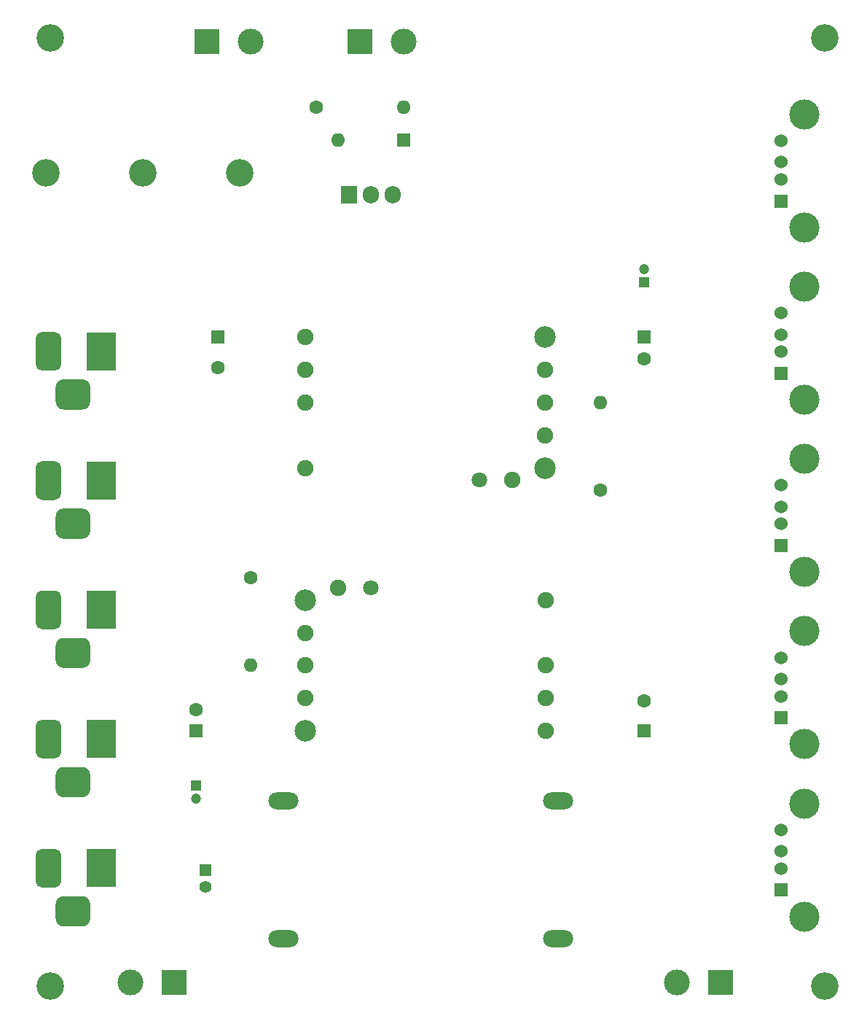
<source format=gbs>
%TF.GenerationSoftware,KiCad,Pcbnew,5.1.12-84ad8e8a86~92~ubuntu20.04.1*%
%TF.CreationDate,2021-11-20T18:36:58+00:00*%
%TF.ProjectId,single,73696e67-6c65-42e6-9b69-6361645f7063,rev?*%
%TF.SameCoordinates,Original*%
%TF.FileFunction,Soldermask,Bot*%
%TF.FilePolarity,Negative*%
%FSLAX46Y46*%
G04 Gerber Fmt 4.6, Leading zero omitted, Abs format (unit mm)*
G04 Created by KiCad (PCBNEW 5.1.12-84ad8e8a86~92~ubuntu20.04.1) date 2021-11-20 18:36:58*
%MOMM*%
%LPD*%
G01*
G04 APERTURE LIST*
%ADD10C,1.524000*%
%ADD11R,1.524000X1.524000*%
%ADD12C,3.500000*%
%ADD13O,1.600000X1.600000*%
%ADD14C,1.600000*%
%ADD15O,3.500000X2.000000*%
%ADD16C,1.400000*%
%ADD17R,1.400000X1.400000*%
%ADD18C,3.200000*%
%ADD19C,1.900000*%
%ADD20C,1.800000*%
%ADD21C,2.500000*%
%ADD22C,3.000000*%
%ADD23R,3.000000X3.000000*%
%ADD24R,1.600000X1.600000*%
%ADD25R,3.500000X4.500000*%
%ADD26C,1.200000*%
%ADD27R,1.200000X1.200000*%
%ADD28O,1.905000X2.000000*%
%ADD29R,1.905000X2.000000*%
G04 APERTURE END LIST*
D10*
%TO.C,USB4*%
X109920000Y-56890000D03*
X109920000Y-59390000D03*
X109920000Y-61390000D03*
D11*
X109920000Y-63890000D03*
D12*
X112630000Y-66960000D03*
X112630000Y-53820000D03*
%TD*%
D13*
%TO.C,R2*%
X88900000Y-67310000D03*
D14*
X88900000Y-77470000D03*
%TD*%
D15*
%TO.C,FAN_12V1*%
X84070000Y-113540000D03*
X52070000Y-113540000D03*
X84070000Y-129540000D03*
X52070000Y-129540000D03*
D16*
X43070000Y-123540000D03*
D17*
X43070000Y-121540000D03*
%TD*%
D18*
%TO.C,F1*%
X46990000Y-40640000D03*
X24490000Y-40640000D03*
X35740000Y-40640000D03*
%TD*%
D19*
%TO.C,Convert_5V1*%
X54610000Y-63490000D03*
X78710000Y-76290000D03*
D20*
X74910000Y-76290000D03*
D21*
X82510000Y-59690000D03*
D19*
X82510000Y-63490000D03*
X82510000Y-67290000D03*
X82510000Y-71090000D03*
D21*
X82510000Y-74890000D03*
D19*
X54610000Y-74890000D03*
X54610000Y-67290000D03*
X54610000Y-59690000D03*
%TD*%
D10*
%TO.C,USB5*%
X109920000Y-36890000D03*
X109920000Y-39390000D03*
X109920000Y-41390000D03*
D11*
X109920000Y-43890000D03*
D12*
X112630000Y-46960000D03*
X112630000Y-33820000D03*
%TD*%
D10*
%TO.C,USB1*%
X109920000Y-116890000D03*
X109920000Y-119390000D03*
X109920000Y-121390000D03*
D11*
X109920000Y-123890000D03*
D12*
X112630000Y-126960000D03*
X112630000Y-113820000D03*
%TD*%
D22*
%TO.C,OUT_5V1*%
X97790000Y-134620000D03*
D23*
X102870000Y-134620000D03*
%TD*%
D14*
%TO.C,C3*%
X93980000Y-62190000D03*
D24*
X93980000Y-59690000D03*
%TD*%
D22*
%TO.C,OUT_12V1*%
X34290000Y-134620000D03*
D23*
X39370000Y-134620000D03*
%TD*%
D14*
%TO.C,C6*%
X41910000Y-102910000D03*
D24*
X41910000Y-105410000D03*
%TD*%
D22*
%TO.C,IN_24V+1*%
X48260000Y-25400000D03*
D23*
X43180000Y-25400000D03*
%TD*%
%TO.C,DC2*%
G36*
G01*
X25650000Y-112225000D02*
X25650000Y-110475000D01*
G75*
G02*
X26525000Y-109600000I875000J0D01*
G01*
X28775000Y-109600000D01*
G75*
G02*
X29650000Y-110475000I0J-875000D01*
G01*
X29650000Y-112225000D01*
G75*
G02*
X28775000Y-113100000I-875000J0D01*
G01*
X26525000Y-113100000D01*
G75*
G02*
X25650000Y-112225000I0J875000D01*
G01*
G37*
G36*
G01*
X23300000Y-107850000D02*
X23300000Y-104850000D01*
G75*
G02*
X24050000Y-104100000I750000J0D01*
G01*
X25550000Y-104100000D01*
G75*
G02*
X26300000Y-104850000I0J-750000D01*
G01*
X26300000Y-107850000D01*
G75*
G02*
X25550000Y-108600000I-750000J0D01*
G01*
X24050000Y-108600000D01*
G75*
G02*
X23300000Y-107850000I0J750000D01*
G01*
G37*
D25*
X30950000Y-106350000D03*
%TD*%
%TO.C,DC4*%
G36*
G01*
X25650000Y-82225000D02*
X25650000Y-80475000D01*
G75*
G02*
X26525000Y-79600000I875000J0D01*
G01*
X28775000Y-79600000D01*
G75*
G02*
X29650000Y-80475000I0J-875000D01*
G01*
X29650000Y-82225000D01*
G75*
G02*
X28775000Y-83100000I-875000J0D01*
G01*
X26525000Y-83100000D01*
G75*
G02*
X25650000Y-82225000I0J875000D01*
G01*
G37*
G36*
G01*
X23300000Y-77850000D02*
X23300000Y-74850000D01*
G75*
G02*
X24050000Y-74100000I750000J0D01*
G01*
X25550000Y-74100000D01*
G75*
G02*
X26300000Y-74850000I0J-750000D01*
G01*
X26300000Y-77850000D01*
G75*
G02*
X25550000Y-78600000I-750000J0D01*
G01*
X24050000Y-78600000D01*
G75*
G02*
X23300000Y-77850000I0J750000D01*
G01*
G37*
X30950000Y-76350000D03*
%TD*%
%TO.C,DC1*%
G36*
G01*
X25650000Y-127225000D02*
X25650000Y-125475000D01*
G75*
G02*
X26525000Y-124600000I875000J0D01*
G01*
X28775000Y-124600000D01*
G75*
G02*
X29650000Y-125475000I0J-875000D01*
G01*
X29650000Y-127225000D01*
G75*
G02*
X28775000Y-128100000I-875000J0D01*
G01*
X26525000Y-128100000D01*
G75*
G02*
X25650000Y-127225000I0J875000D01*
G01*
G37*
G36*
G01*
X23300000Y-122850000D02*
X23300000Y-119850000D01*
G75*
G02*
X24050000Y-119100000I750000J0D01*
G01*
X25550000Y-119100000D01*
G75*
G02*
X26300000Y-119850000I0J-750000D01*
G01*
X26300000Y-122850000D01*
G75*
G02*
X25550000Y-123600000I-750000J0D01*
G01*
X24050000Y-123600000D01*
G75*
G02*
X23300000Y-122850000I0J750000D01*
G01*
G37*
X30950000Y-121350000D03*
%TD*%
D13*
%TO.C,R3*%
X48260000Y-97790000D03*
D14*
X48260000Y-87630000D03*
%TD*%
D19*
%TO.C,Convert_12V1*%
X82550000Y-101610000D03*
X58450000Y-88810000D03*
D20*
X62250000Y-88810000D03*
D21*
X54650000Y-105410000D03*
D19*
X54650000Y-101610000D03*
X54650000Y-97810000D03*
X54650000Y-94010000D03*
D21*
X54650000Y-90210000D03*
D19*
X82550000Y-90210000D03*
X82550000Y-97810000D03*
X82550000Y-105410000D03*
%TD*%
D26*
%TO.C,C2*%
X93980000Y-51840000D03*
D27*
X93980000Y-53340000D03*
%TD*%
D10*
%TO.C,USB2*%
X109920000Y-96890000D03*
X109920000Y-99390000D03*
X109920000Y-101390000D03*
D11*
X109920000Y-103890000D03*
D12*
X112630000Y-106960000D03*
X112630000Y-93820000D03*
%TD*%
D10*
%TO.C,USB3*%
X109920000Y-76890000D03*
X109920000Y-79390000D03*
X109920000Y-81390000D03*
D11*
X109920000Y-83890000D03*
D12*
X112630000Y-86960000D03*
X112630000Y-73820000D03*
%TD*%
D14*
%TO.C,C4*%
X93980000Y-101910000D03*
D24*
X93980000Y-105410000D03*
%TD*%
D22*
%TO.C,IN_24V-1*%
X66040000Y-25400000D03*
D23*
X60960000Y-25400000D03*
%TD*%
%TO.C,DC5*%
G36*
G01*
X25650000Y-67225000D02*
X25650000Y-65475000D01*
G75*
G02*
X26525000Y-64600000I875000J0D01*
G01*
X28775000Y-64600000D01*
G75*
G02*
X29650000Y-65475000I0J-875000D01*
G01*
X29650000Y-67225000D01*
G75*
G02*
X28775000Y-68100000I-875000J0D01*
G01*
X26525000Y-68100000D01*
G75*
G02*
X25650000Y-67225000I0J875000D01*
G01*
G37*
G36*
G01*
X23300000Y-62850000D02*
X23300000Y-59850000D01*
G75*
G02*
X24050000Y-59100000I750000J0D01*
G01*
X25550000Y-59100000D01*
G75*
G02*
X26300000Y-59850000I0J-750000D01*
G01*
X26300000Y-62850000D01*
G75*
G02*
X25550000Y-63600000I-750000J0D01*
G01*
X24050000Y-63600000D01*
G75*
G02*
X23300000Y-62850000I0J750000D01*
G01*
G37*
D25*
X30950000Y-61350000D03*
%TD*%
D26*
%TO.C,C5*%
X41910000Y-113260000D03*
D27*
X41910000Y-111760000D03*
%TD*%
D14*
%TO.C,C1*%
X44450000Y-63190000D03*
D24*
X44450000Y-59690000D03*
%TD*%
%TO.C,DC3*%
G36*
G01*
X25650000Y-97225000D02*
X25650000Y-95475000D01*
G75*
G02*
X26525000Y-94600000I875000J0D01*
G01*
X28775000Y-94600000D01*
G75*
G02*
X29650000Y-95475000I0J-875000D01*
G01*
X29650000Y-97225000D01*
G75*
G02*
X28775000Y-98100000I-875000J0D01*
G01*
X26525000Y-98100000D01*
G75*
G02*
X25650000Y-97225000I0J875000D01*
G01*
G37*
G36*
G01*
X23300000Y-92850000D02*
X23300000Y-89850000D01*
G75*
G02*
X24050000Y-89100000I750000J0D01*
G01*
X25550000Y-89100000D01*
G75*
G02*
X26300000Y-89850000I0J-750000D01*
G01*
X26300000Y-92850000D01*
G75*
G02*
X25550000Y-93600000I-750000J0D01*
G01*
X24050000Y-93600000D01*
G75*
G02*
X23300000Y-92850000I0J750000D01*
G01*
G37*
D25*
X30950000Y-91350000D03*
%TD*%
D18*
%TO.C,H4*%
X115000000Y-135000000D03*
%TD*%
%TO.C,H3*%
X25000000Y-135000000D03*
%TD*%
%TO.C,H2*%
X115000000Y-25000000D03*
%TD*%
%TO.C,H1*%
X25000000Y-25000000D03*
%TD*%
D13*
%TO.C,R1*%
X66040000Y-33020000D03*
D14*
X55880000Y-33020000D03*
%TD*%
D28*
%TO.C,Q1*%
X64770000Y-43180000D03*
X62230000Y-43180000D03*
D29*
X59690000Y-43180000D03*
%TD*%
D13*
%TO.C,D1*%
X58420000Y-36830000D03*
D24*
X66040000Y-36830000D03*
%TD*%
M02*

</source>
